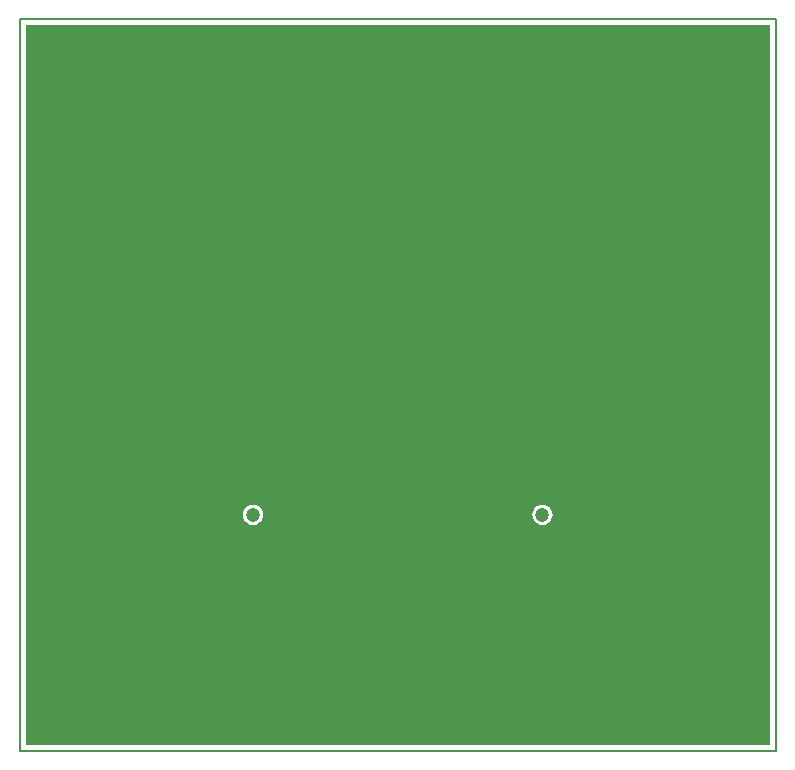
<source format=gbl>
G04*
G04 #@! TF.GenerationSoftware,Altium Limited,Altium Designer,19.1.8 (144)*
G04*
G04 Layer_Physical_Order=3*
G04 Layer_Color=16711680*
%FSLAX25Y25*%
%MOIN*%
G70*
G01*
G75*
%ADD10C,0.00500*%
%ADD14C,0.05512*%
%ADD15C,0.04724*%
G36*
X249954Y2064D02*
X2064D01*
Y242080D01*
X249954D01*
Y2064D01*
D02*
G37*
%LPC*%
G36*
X174238Y82131D02*
X173360Y82016D01*
X172542Y81677D01*
X171840Y81138D01*
X171301Y80436D01*
X170962Y79618D01*
X170846Y78740D01*
X170962Y77863D01*
X171301Y77045D01*
X171840Y76342D01*
X172542Y75803D01*
X173360Y75464D01*
X174238Y75349D01*
X175115Y75464D01*
X175933Y75803D01*
X176636Y76342D01*
X177174Y77045D01*
X177513Y77863D01*
X177629Y78740D01*
X177513Y79618D01*
X177174Y80436D01*
X176636Y81138D01*
X175933Y81677D01*
X175115Y82016D01*
X174238Y82131D01*
D02*
G37*
G36*
X77781D02*
X76903Y82016D01*
X76085Y81677D01*
X75383Y81138D01*
X74844Y80436D01*
X74505Y79618D01*
X74390Y78740D01*
X74505Y77863D01*
X74844Y77045D01*
X75383Y76342D01*
X76085Y75803D01*
X76903Y75464D01*
X77781Y75349D01*
X78659Y75464D01*
X79476Y75803D01*
X80179Y76342D01*
X80718Y77045D01*
X81057Y77863D01*
X81172Y78740D01*
X81057Y79618D01*
X80718Y80436D01*
X80179Y81138D01*
X79476Y81677D01*
X78659Y82016D01*
X77781Y82131D01*
D02*
G37*
%LPD*%
D10*
X251969Y0D02*
Y244094D01*
X0Y0D02*
X251969D01*
X0Y244094D02*
X251969D01*
X0Y0D02*
Y244094D01*
D14*
X184238Y88740D02*
D03*
Y68740D02*
D03*
X164238D02*
D03*
Y88740D02*
D03*
X87781D02*
D03*
Y68740D02*
D03*
X67781D02*
D03*
Y88740D02*
D03*
D15*
X174238Y78740D02*
D03*
X77781D02*
D03*
M02*

</source>
